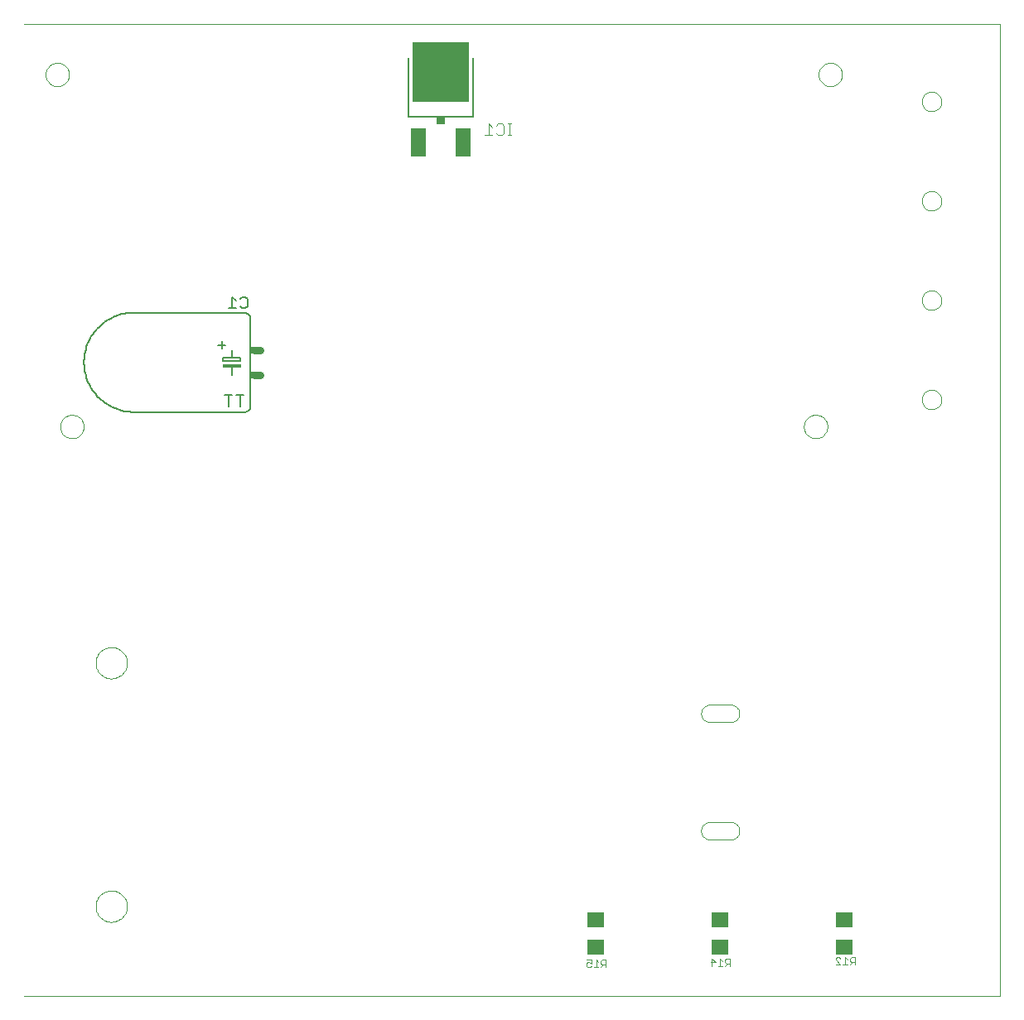
<source format=gbo>
G75*
G70*
%OFA0B0*%
%FSLAX24Y24*%
%IPPOS*%
%LPD*%
%AMOC8*
5,1,8,0,0,1.08239X$1,22.5*
%
%ADD10C,0.0000*%
%ADD11C,0.0060*%
%ADD12C,0.0300*%
%ADD13C,0.0050*%
%ADD14R,0.0150X0.0300*%
%ADD15R,0.0740X0.0170*%
%ADD16R,0.0710X0.0630*%
%ADD17C,0.0030*%
%ADD18C,0.0080*%
%ADD19R,0.2283X0.2441*%
%ADD20R,0.0630X0.1181*%
%ADD21R,0.0340X0.0300*%
%ADD22C,0.0040*%
D10*
X002925Y005413D02*
X042167Y005413D01*
X042167Y044533D01*
X002925Y044533D01*
X003777Y042500D02*
X003779Y042543D01*
X003785Y042585D01*
X003795Y042627D01*
X003808Y042668D01*
X003825Y042708D01*
X003846Y042745D01*
X003870Y042781D01*
X003897Y042814D01*
X003927Y042845D01*
X003960Y042873D01*
X003995Y042898D01*
X004032Y042919D01*
X004071Y042937D01*
X004111Y042951D01*
X004153Y042962D01*
X004195Y042969D01*
X004238Y042972D01*
X004281Y042971D01*
X004324Y042966D01*
X004366Y042957D01*
X004407Y042945D01*
X004447Y042929D01*
X004485Y042909D01*
X004521Y042886D01*
X004555Y042859D01*
X004587Y042830D01*
X004615Y042798D01*
X004641Y042763D01*
X004663Y042727D01*
X004682Y042688D01*
X004697Y042648D01*
X004709Y042607D01*
X004717Y042564D01*
X004721Y042521D01*
X004721Y042479D01*
X004717Y042436D01*
X004709Y042393D01*
X004697Y042352D01*
X004682Y042312D01*
X004663Y042273D01*
X004641Y042237D01*
X004615Y042202D01*
X004587Y042170D01*
X004555Y042141D01*
X004521Y042114D01*
X004485Y042091D01*
X004447Y042071D01*
X004407Y042055D01*
X004366Y042043D01*
X004324Y042034D01*
X004281Y042029D01*
X004238Y042028D01*
X004195Y042031D01*
X004153Y042038D01*
X004111Y042049D01*
X004071Y042063D01*
X004032Y042081D01*
X003995Y042102D01*
X003960Y042127D01*
X003927Y042155D01*
X003897Y042186D01*
X003870Y042219D01*
X003846Y042255D01*
X003825Y042292D01*
X003808Y042332D01*
X003795Y042373D01*
X003785Y042415D01*
X003779Y042457D01*
X003777Y042500D01*
X004367Y028326D02*
X004369Y028369D01*
X004375Y028411D01*
X004385Y028453D01*
X004398Y028494D01*
X004415Y028534D01*
X004436Y028571D01*
X004460Y028607D01*
X004487Y028640D01*
X004517Y028671D01*
X004550Y028699D01*
X004585Y028724D01*
X004622Y028745D01*
X004661Y028763D01*
X004701Y028777D01*
X004743Y028788D01*
X004785Y028795D01*
X004828Y028798D01*
X004871Y028797D01*
X004914Y028792D01*
X004956Y028783D01*
X004997Y028771D01*
X005037Y028755D01*
X005075Y028735D01*
X005111Y028712D01*
X005145Y028685D01*
X005177Y028656D01*
X005205Y028624D01*
X005231Y028589D01*
X005253Y028553D01*
X005272Y028514D01*
X005287Y028474D01*
X005299Y028433D01*
X005307Y028390D01*
X005311Y028347D01*
X005311Y028305D01*
X005307Y028262D01*
X005299Y028219D01*
X005287Y028178D01*
X005272Y028138D01*
X005253Y028099D01*
X005231Y028063D01*
X005205Y028028D01*
X005177Y027996D01*
X005145Y027967D01*
X005111Y027940D01*
X005075Y027917D01*
X005037Y027897D01*
X004997Y027881D01*
X004956Y027869D01*
X004914Y027860D01*
X004871Y027855D01*
X004828Y027854D01*
X004785Y027857D01*
X004743Y027864D01*
X004701Y027875D01*
X004661Y027889D01*
X004622Y027907D01*
X004585Y027928D01*
X004550Y027953D01*
X004517Y027981D01*
X004487Y028012D01*
X004460Y028045D01*
X004436Y028081D01*
X004415Y028118D01*
X004398Y028158D01*
X004385Y028199D01*
X004375Y028241D01*
X004369Y028283D01*
X004367Y028326D01*
X005795Y018813D02*
X005797Y018863D01*
X005803Y018913D01*
X005813Y018962D01*
X005827Y019010D01*
X005844Y019057D01*
X005865Y019102D01*
X005890Y019146D01*
X005918Y019187D01*
X005950Y019226D01*
X005984Y019263D01*
X006021Y019297D01*
X006061Y019327D01*
X006103Y019354D01*
X006147Y019378D01*
X006193Y019399D01*
X006240Y019415D01*
X006288Y019428D01*
X006338Y019437D01*
X006387Y019442D01*
X006438Y019443D01*
X006488Y019440D01*
X006537Y019433D01*
X006586Y019422D01*
X006634Y019407D01*
X006680Y019389D01*
X006725Y019367D01*
X006768Y019341D01*
X006809Y019312D01*
X006848Y019280D01*
X006884Y019245D01*
X006916Y019207D01*
X006946Y019167D01*
X006973Y019124D01*
X006996Y019080D01*
X007015Y019034D01*
X007031Y018986D01*
X007043Y018937D01*
X007051Y018888D01*
X007055Y018838D01*
X007055Y018788D01*
X007051Y018738D01*
X007043Y018689D01*
X007031Y018640D01*
X007015Y018592D01*
X006996Y018546D01*
X006973Y018502D01*
X006946Y018459D01*
X006916Y018419D01*
X006884Y018381D01*
X006848Y018346D01*
X006809Y018314D01*
X006768Y018285D01*
X006725Y018259D01*
X006680Y018237D01*
X006634Y018219D01*
X006586Y018204D01*
X006537Y018193D01*
X006488Y018186D01*
X006438Y018183D01*
X006387Y018184D01*
X006338Y018189D01*
X006288Y018198D01*
X006240Y018211D01*
X006193Y018227D01*
X006147Y018248D01*
X006103Y018272D01*
X006061Y018299D01*
X006021Y018329D01*
X005984Y018363D01*
X005950Y018400D01*
X005918Y018439D01*
X005890Y018480D01*
X005865Y018524D01*
X005844Y018569D01*
X005827Y018616D01*
X005813Y018664D01*
X005803Y018713D01*
X005797Y018763D01*
X005795Y018813D01*
X005795Y009013D02*
X005797Y009063D01*
X005803Y009113D01*
X005813Y009162D01*
X005827Y009210D01*
X005844Y009257D01*
X005865Y009302D01*
X005890Y009346D01*
X005918Y009387D01*
X005950Y009426D01*
X005984Y009463D01*
X006021Y009497D01*
X006061Y009527D01*
X006103Y009554D01*
X006147Y009578D01*
X006193Y009599D01*
X006240Y009615D01*
X006288Y009628D01*
X006338Y009637D01*
X006387Y009642D01*
X006438Y009643D01*
X006488Y009640D01*
X006537Y009633D01*
X006586Y009622D01*
X006634Y009607D01*
X006680Y009589D01*
X006725Y009567D01*
X006768Y009541D01*
X006809Y009512D01*
X006848Y009480D01*
X006884Y009445D01*
X006916Y009407D01*
X006946Y009367D01*
X006973Y009324D01*
X006996Y009280D01*
X007015Y009234D01*
X007031Y009186D01*
X007043Y009137D01*
X007051Y009088D01*
X007055Y009038D01*
X007055Y008988D01*
X007051Y008938D01*
X007043Y008889D01*
X007031Y008840D01*
X007015Y008792D01*
X006996Y008746D01*
X006973Y008702D01*
X006946Y008659D01*
X006916Y008619D01*
X006884Y008581D01*
X006848Y008546D01*
X006809Y008514D01*
X006768Y008485D01*
X006725Y008459D01*
X006680Y008437D01*
X006634Y008419D01*
X006586Y008404D01*
X006537Y008393D01*
X006488Y008386D01*
X006438Y008383D01*
X006387Y008384D01*
X006338Y008389D01*
X006288Y008398D01*
X006240Y008411D01*
X006193Y008427D01*
X006147Y008448D01*
X006103Y008472D01*
X006061Y008499D01*
X006021Y008529D01*
X005984Y008563D01*
X005950Y008600D01*
X005918Y008639D01*
X005890Y008680D01*
X005865Y008724D01*
X005844Y008769D01*
X005827Y008816D01*
X005813Y008864D01*
X005803Y008913D01*
X005797Y008963D01*
X005795Y009013D01*
X030512Y011696D02*
X031338Y011696D01*
X031338Y011697D02*
X031375Y011699D01*
X031412Y011705D01*
X031447Y011714D01*
X031482Y011728D01*
X031515Y011744D01*
X031546Y011765D01*
X031575Y011788D01*
X031601Y011814D01*
X031624Y011843D01*
X031645Y011874D01*
X031661Y011907D01*
X031675Y011942D01*
X031684Y011977D01*
X031690Y012014D01*
X031692Y012051D01*
X031690Y012088D01*
X031684Y012125D01*
X031675Y012160D01*
X031661Y012195D01*
X031645Y012228D01*
X031624Y012259D01*
X031601Y012288D01*
X031575Y012314D01*
X031546Y012337D01*
X031515Y012358D01*
X031482Y012374D01*
X031447Y012388D01*
X031412Y012397D01*
X031375Y012403D01*
X031338Y012405D01*
X030512Y012405D01*
X030475Y012403D01*
X030438Y012397D01*
X030403Y012388D01*
X030368Y012374D01*
X030335Y012358D01*
X030304Y012337D01*
X030275Y012314D01*
X030249Y012288D01*
X030226Y012259D01*
X030205Y012228D01*
X030189Y012195D01*
X030175Y012160D01*
X030166Y012125D01*
X030160Y012088D01*
X030158Y012051D01*
X030160Y012014D01*
X030166Y011977D01*
X030175Y011942D01*
X030189Y011907D01*
X030205Y011874D01*
X030226Y011843D01*
X030249Y011814D01*
X030275Y011788D01*
X030304Y011765D01*
X030335Y011744D01*
X030368Y011728D01*
X030403Y011714D01*
X030438Y011705D01*
X030475Y011699D01*
X030512Y011697D01*
X030512Y016421D02*
X031338Y016421D01*
X031375Y016423D01*
X031412Y016429D01*
X031447Y016438D01*
X031482Y016452D01*
X031515Y016468D01*
X031546Y016489D01*
X031575Y016512D01*
X031601Y016538D01*
X031624Y016567D01*
X031645Y016598D01*
X031661Y016631D01*
X031675Y016666D01*
X031684Y016701D01*
X031690Y016738D01*
X031692Y016775D01*
X031690Y016812D01*
X031684Y016849D01*
X031675Y016884D01*
X031661Y016919D01*
X031645Y016952D01*
X031624Y016983D01*
X031601Y017012D01*
X031575Y017038D01*
X031546Y017061D01*
X031515Y017082D01*
X031482Y017098D01*
X031447Y017112D01*
X031412Y017121D01*
X031375Y017127D01*
X031338Y017129D01*
X031338Y017130D02*
X030512Y017130D01*
X030512Y017129D02*
X030475Y017127D01*
X030438Y017121D01*
X030403Y017112D01*
X030368Y017098D01*
X030335Y017082D01*
X030304Y017061D01*
X030275Y017038D01*
X030249Y017012D01*
X030226Y016983D01*
X030205Y016952D01*
X030189Y016919D01*
X030175Y016884D01*
X030166Y016849D01*
X030160Y016812D01*
X030158Y016775D01*
X030160Y016738D01*
X030166Y016701D01*
X030175Y016666D01*
X030189Y016631D01*
X030205Y016598D01*
X030226Y016567D01*
X030249Y016538D01*
X030275Y016512D01*
X030304Y016489D01*
X030335Y016468D01*
X030368Y016452D01*
X030403Y016438D01*
X030438Y016429D01*
X030475Y016423D01*
X030512Y016421D01*
X034289Y028326D02*
X034291Y028369D01*
X034297Y028411D01*
X034307Y028453D01*
X034320Y028494D01*
X034337Y028534D01*
X034358Y028571D01*
X034382Y028607D01*
X034409Y028640D01*
X034439Y028671D01*
X034472Y028699D01*
X034507Y028724D01*
X034544Y028745D01*
X034583Y028763D01*
X034623Y028777D01*
X034665Y028788D01*
X034707Y028795D01*
X034750Y028798D01*
X034793Y028797D01*
X034836Y028792D01*
X034878Y028783D01*
X034919Y028771D01*
X034959Y028755D01*
X034997Y028735D01*
X035033Y028712D01*
X035067Y028685D01*
X035099Y028656D01*
X035127Y028624D01*
X035153Y028589D01*
X035175Y028553D01*
X035194Y028514D01*
X035209Y028474D01*
X035221Y028433D01*
X035229Y028390D01*
X035233Y028347D01*
X035233Y028305D01*
X035229Y028262D01*
X035221Y028219D01*
X035209Y028178D01*
X035194Y028138D01*
X035175Y028099D01*
X035153Y028063D01*
X035127Y028028D01*
X035099Y027996D01*
X035067Y027967D01*
X035033Y027940D01*
X034997Y027917D01*
X034959Y027897D01*
X034919Y027881D01*
X034878Y027869D01*
X034836Y027860D01*
X034793Y027855D01*
X034750Y027854D01*
X034707Y027857D01*
X034665Y027864D01*
X034623Y027875D01*
X034583Y027889D01*
X034544Y027907D01*
X034507Y027928D01*
X034472Y027953D01*
X034439Y027981D01*
X034409Y028012D01*
X034382Y028045D01*
X034358Y028081D01*
X034337Y028118D01*
X034320Y028158D01*
X034307Y028199D01*
X034297Y028241D01*
X034291Y028283D01*
X034289Y028326D01*
X039031Y029413D02*
X039033Y029452D01*
X039039Y029491D01*
X039049Y029529D01*
X039062Y029566D01*
X039079Y029601D01*
X039099Y029635D01*
X039123Y029666D01*
X039150Y029695D01*
X039179Y029721D01*
X039211Y029744D01*
X039245Y029764D01*
X039281Y029780D01*
X039318Y029792D01*
X039357Y029801D01*
X039396Y029806D01*
X039435Y029807D01*
X039474Y029804D01*
X039513Y029797D01*
X039550Y029786D01*
X039587Y029772D01*
X039622Y029754D01*
X039655Y029733D01*
X039686Y029708D01*
X039714Y029681D01*
X039739Y029651D01*
X039761Y029618D01*
X039780Y029584D01*
X039795Y029548D01*
X039807Y029510D01*
X039815Y029472D01*
X039819Y029433D01*
X039819Y029393D01*
X039815Y029354D01*
X039807Y029316D01*
X039795Y029278D01*
X039780Y029242D01*
X039761Y029208D01*
X039739Y029175D01*
X039714Y029145D01*
X039686Y029118D01*
X039655Y029093D01*
X039622Y029072D01*
X039587Y029054D01*
X039550Y029040D01*
X039513Y029029D01*
X039474Y029022D01*
X039435Y029019D01*
X039396Y029020D01*
X039357Y029025D01*
X039318Y029034D01*
X039281Y029046D01*
X039245Y029062D01*
X039211Y029082D01*
X039179Y029105D01*
X039150Y029131D01*
X039123Y029160D01*
X039099Y029191D01*
X039079Y029225D01*
X039062Y029260D01*
X039049Y029297D01*
X039039Y029335D01*
X039033Y029374D01*
X039031Y029413D01*
X039031Y033413D02*
X039033Y033452D01*
X039039Y033491D01*
X039049Y033529D01*
X039062Y033566D01*
X039079Y033601D01*
X039099Y033635D01*
X039123Y033666D01*
X039150Y033695D01*
X039179Y033721D01*
X039211Y033744D01*
X039245Y033764D01*
X039281Y033780D01*
X039318Y033792D01*
X039357Y033801D01*
X039396Y033806D01*
X039435Y033807D01*
X039474Y033804D01*
X039513Y033797D01*
X039550Y033786D01*
X039587Y033772D01*
X039622Y033754D01*
X039655Y033733D01*
X039686Y033708D01*
X039714Y033681D01*
X039739Y033651D01*
X039761Y033618D01*
X039780Y033584D01*
X039795Y033548D01*
X039807Y033510D01*
X039815Y033472D01*
X039819Y033433D01*
X039819Y033393D01*
X039815Y033354D01*
X039807Y033316D01*
X039795Y033278D01*
X039780Y033242D01*
X039761Y033208D01*
X039739Y033175D01*
X039714Y033145D01*
X039686Y033118D01*
X039655Y033093D01*
X039622Y033072D01*
X039587Y033054D01*
X039550Y033040D01*
X039513Y033029D01*
X039474Y033022D01*
X039435Y033019D01*
X039396Y033020D01*
X039357Y033025D01*
X039318Y033034D01*
X039281Y033046D01*
X039245Y033062D01*
X039211Y033082D01*
X039179Y033105D01*
X039150Y033131D01*
X039123Y033160D01*
X039099Y033191D01*
X039079Y033225D01*
X039062Y033260D01*
X039049Y033297D01*
X039039Y033335D01*
X039033Y033374D01*
X039031Y033413D01*
X039031Y037413D02*
X039033Y037452D01*
X039039Y037491D01*
X039049Y037529D01*
X039062Y037566D01*
X039079Y037601D01*
X039099Y037635D01*
X039123Y037666D01*
X039150Y037695D01*
X039179Y037721D01*
X039211Y037744D01*
X039245Y037764D01*
X039281Y037780D01*
X039318Y037792D01*
X039357Y037801D01*
X039396Y037806D01*
X039435Y037807D01*
X039474Y037804D01*
X039513Y037797D01*
X039550Y037786D01*
X039587Y037772D01*
X039622Y037754D01*
X039655Y037733D01*
X039686Y037708D01*
X039714Y037681D01*
X039739Y037651D01*
X039761Y037618D01*
X039780Y037584D01*
X039795Y037548D01*
X039807Y037510D01*
X039815Y037472D01*
X039819Y037433D01*
X039819Y037393D01*
X039815Y037354D01*
X039807Y037316D01*
X039795Y037278D01*
X039780Y037242D01*
X039761Y037208D01*
X039739Y037175D01*
X039714Y037145D01*
X039686Y037118D01*
X039655Y037093D01*
X039622Y037072D01*
X039587Y037054D01*
X039550Y037040D01*
X039513Y037029D01*
X039474Y037022D01*
X039435Y037019D01*
X039396Y037020D01*
X039357Y037025D01*
X039318Y037034D01*
X039281Y037046D01*
X039245Y037062D01*
X039211Y037082D01*
X039179Y037105D01*
X039150Y037131D01*
X039123Y037160D01*
X039099Y037191D01*
X039079Y037225D01*
X039062Y037260D01*
X039049Y037297D01*
X039039Y037335D01*
X039033Y037374D01*
X039031Y037413D01*
X039031Y041413D02*
X039033Y041452D01*
X039039Y041491D01*
X039049Y041529D01*
X039062Y041566D01*
X039079Y041601D01*
X039099Y041635D01*
X039123Y041666D01*
X039150Y041695D01*
X039179Y041721D01*
X039211Y041744D01*
X039245Y041764D01*
X039281Y041780D01*
X039318Y041792D01*
X039357Y041801D01*
X039396Y041806D01*
X039435Y041807D01*
X039474Y041804D01*
X039513Y041797D01*
X039550Y041786D01*
X039587Y041772D01*
X039622Y041754D01*
X039655Y041733D01*
X039686Y041708D01*
X039714Y041681D01*
X039739Y041651D01*
X039761Y041618D01*
X039780Y041584D01*
X039795Y041548D01*
X039807Y041510D01*
X039815Y041472D01*
X039819Y041433D01*
X039819Y041393D01*
X039815Y041354D01*
X039807Y041316D01*
X039795Y041278D01*
X039780Y041242D01*
X039761Y041208D01*
X039739Y041175D01*
X039714Y041145D01*
X039686Y041118D01*
X039655Y041093D01*
X039622Y041072D01*
X039587Y041054D01*
X039550Y041040D01*
X039513Y041029D01*
X039474Y041022D01*
X039435Y041019D01*
X039396Y041020D01*
X039357Y041025D01*
X039318Y041034D01*
X039281Y041046D01*
X039245Y041062D01*
X039211Y041082D01*
X039179Y041105D01*
X039150Y041131D01*
X039123Y041160D01*
X039099Y041191D01*
X039079Y041225D01*
X039062Y041260D01*
X039049Y041297D01*
X039039Y041335D01*
X039033Y041374D01*
X039031Y041413D01*
X034879Y042500D02*
X034881Y042543D01*
X034887Y042585D01*
X034897Y042627D01*
X034910Y042668D01*
X034927Y042708D01*
X034948Y042745D01*
X034972Y042781D01*
X034999Y042814D01*
X035029Y042845D01*
X035062Y042873D01*
X035097Y042898D01*
X035134Y042919D01*
X035173Y042937D01*
X035213Y042951D01*
X035255Y042962D01*
X035297Y042969D01*
X035340Y042972D01*
X035383Y042971D01*
X035426Y042966D01*
X035468Y042957D01*
X035509Y042945D01*
X035549Y042929D01*
X035587Y042909D01*
X035623Y042886D01*
X035657Y042859D01*
X035689Y042830D01*
X035717Y042798D01*
X035743Y042763D01*
X035765Y042727D01*
X035784Y042688D01*
X035799Y042648D01*
X035811Y042607D01*
X035819Y042564D01*
X035823Y042521D01*
X035823Y042479D01*
X035819Y042436D01*
X035811Y042393D01*
X035799Y042352D01*
X035784Y042312D01*
X035765Y042273D01*
X035743Y042237D01*
X035717Y042202D01*
X035689Y042170D01*
X035657Y042141D01*
X035623Y042114D01*
X035587Y042091D01*
X035549Y042071D01*
X035509Y042055D01*
X035468Y042043D01*
X035426Y042034D01*
X035383Y042029D01*
X035340Y042028D01*
X035297Y042031D01*
X035255Y042038D01*
X035213Y042049D01*
X035173Y042063D01*
X035134Y042081D01*
X035097Y042102D01*
X035062Y042127D01*
X035029Y042155D01*
X034999Y042186D01*
X034972Y042219D01*
X034948Y042255D01*
X034927Y042292D01*
X034910Y042332D01*
X034897Y042373D01*
X034887Y042415D01*
X034881Y042457D01*
X034879Y042500D01*
D11*
X012025Y032663D02*
X012025Y029163D01*
X012023Y029133D01*
X012018Y029103D01*
X012009Y029074D01*
X011996Y029047D01*
X011981Y029021D01*
X011962Y028997D01*
X011941Y028976D01*
X011917Y028957D01*
X011891Y028942D01*
X011864Y028929D01*
X011835Y028920D01*
X011805Y028915D01*
X011775Y028913D01*
X007325Y028913D01*
X007228Y028915D01*
X007132Y028922D01*
X007036Y028934D01*
X006941Y028950D01*
X006846Y028971D01*
X006753Y028997D01*
X006661Y029026D01*
X006571Y029061D01*
X006482Y029099D01*
X006396Y029142D01*
X006311Y029189D01*
X006229Y029240D01*
X006149Y029295D01*
X006073Y029354D01*
X005999Y029416D01*
X005928Y029482D01*
X005860Y029551D01*
X005796Y029623D01*
X005736Y029699D01*
X005679Y029777D01*
X005626Y029858D01*
X005577Y029941D01*
X005532Y030027D01*
X005491Y030114D01*
X005455Y030204D01*
X005423Y030295D01*
X005395Y030388D01*
X005372Y030481D01*
X005354Y030576D01*
X005340Y030672D01*
X005330Y030768D01*
X005326Y030865D01*
X005326Y030961D01*
X005330Y031058D01*
X005340Y031154D01*
X005354Y031250D01*
X005372Y031345D01*
X005395Y031438D01*
X005423Y031531D01*
X005455Y031622D01*
X005491Y031712D01*
X005532Y031799D01*
X005577Y031885D01*
X005626Y031968D01*
X005679Y032049D01*
X005736Y032127D01*
X005796Y032203D01*
X005860Y032275D01*
X005928Y032344D01*
X005999Y032410D01*
X006073Y032472D01*
X006149Y032531D01*
X006229Y032586D01*
X006311Y032637D01*
X006396Y032684D01*
X006482Y032727D01*
X006571Y032765D01*
X006661Y032800D01*
X006753Y032829D01*
X006846Y032855D01*
X006941Y032876D01*
X007036Y032892D01*
X007132Y032904D01*
X007228Y032911D01*
X007325Y032913D01*
X011775Y032913D01*
X011805Y032911D01*
X011835Y032906D01*
X011864Y032897D01*
X011891Y032884D01*
X011917Y032869D01*
X011941Y032850D01*
X011962Y032829D01*
X011981Y032805D01*
X011996Y032779D01*
X012009Y032752D01*
X012018Y032723D01*
X012023Y032693D01*
X012025Y032663D01*
X010875Y031763D02*
X010875Y031463D01*
X010725Y031613D02*
X011025Y031613D01*
X011275Y031413D02*
X011275Y031113D01*
X010925Y031113D01*
X010925Y030983D01*
X011625Y030983D01*
X011625Y031113D01*
X011275Y031113D01*
X011275Y030713D02*
X011275Y030413D01*
D12*
X012175Y030413D02*
X012425Y030413D01*
X012425Y031413D02*
X012175Y031413D01*
D13*
X011825Y033088D02*
X011675Y033088D01*
X011600Y033163D01*
X011440Y033088D02*
X011139Y033088D01*
X011289Y033088D02*
X011289Y033538D01*
X011440Y033388D01*
X011600Y033463D02*
X011675Y033538D01*
X011825Y033538D01*
X011900Y033463D01*
X011900Y033163D01*
X011825Y033088D01*
X011750Y029588D02*
X011450Y029588D01*
X011600Y029588D02*
X011600Y029138D01*
X011139Y029138D02*
X011139Y029588D01*
X010989Y029588D02*
X011290Y029588D01*
D14*
X012100Y030413D03*
X012100Y031413D03*
D15*
X011275Y030778D03*
D16*
X025925Y008473D03*
X025925Y007353D03*
X030925Y007353D03*
X030925Y008473D03*
X035925Y008473D03*
X035925Y007353D03*
D17*
X035954Y006961D02*
X035954Y006670D01*
X036050Y006670D02*
X035857Y006670D01*
X035756Y006670D02*
X035562Y006864D01*
X035562Y006912D01*
X035611Y006961D01*
X035707Y006961D01*
X035756Y006912D01*
X035954Y006961D02*
X036050Y006864D01*
X036152Y006912D02*
X036152Y006816D01*
X036200Y006767D01*
X036345Y006767D01*
X036345Y006670D02*
X036345Y006961D01*
X036200Y006961D01*
X036152Y006912D01*
X036248Y006767D02*
X036152Y006670D01*
X035756Y006670D02*
X035562Y006670D01*
X031318Y006713D02*
X031173Y006713D01*
X031125Y006761D01*
X031125Y006858D01*
X031173Y006907D01*
X031318Y006907D01*
X031318Y006616D01*
X031221Y006713D02*
X031125Y006616D01*
X031023Y006616D02*
X030830Y006616D01*
X030927Y006616D02*
X030927Y006907D01*
X031023Y006810D01*
X030729Y006761D02*
X030535Y006761D01*
X030584Y006616D02*
X030584Y006907D01*
X030729Y006761D01*
X026321Y006666D02*
X026175Y006666D01*
X026127Y006715D01*
X026127Y006811D01*
X026175Y006860D01*
X026321Y006860D01*
X026321Y006570D01*
X026224Y006666D02*
X026127Y006570D01*
X026026Y006570D02*
X025832Y006570D01*
X025929Y006570D02*
X025929Y006860D01*
X026026Y006763D01*
X025731Y006715D02*
X025634Y006763D01*
X025586Y006763D01*
X025538Y006715D01*
X025538Y006618D01*
X025586Y006570D01*
X025683Y006570D01*
X025731Y006618D01*
X025731Y006715D02*
X025731Y006860D01*
X025538Y006860D01*
D18*
X020965Y040813D02*
X018385Y040813D01*
X018385Y043173D01*
X020965Y043173D02*
X020965Y040813D01*
D19*
X019675Y042600D03*
D20*
X018777Y039773D03*
X020573Y039773D03*
D21*
X019675Y040623D03*
D22*
X021441Y040061D02*
X021748Y040061D01*
X021594Y040061D02*
X021594Y040522D01*
X021748Y040368D01*
X021901Y040445D02*
X021978Y040522D01*
X022131Y040522D01*
X022208Y040445D01*
X022208Y040138D01*
X022131Y040061D01*
X021978Y040061D01*
X021901Y040138D01*
X022362Y040061D02*
X022515Y040061D01*
X022438Y040061D02*
X022438Y040522D01*
X022362Y040522D02*
X022515Y040522D01*
M02*

</source>
